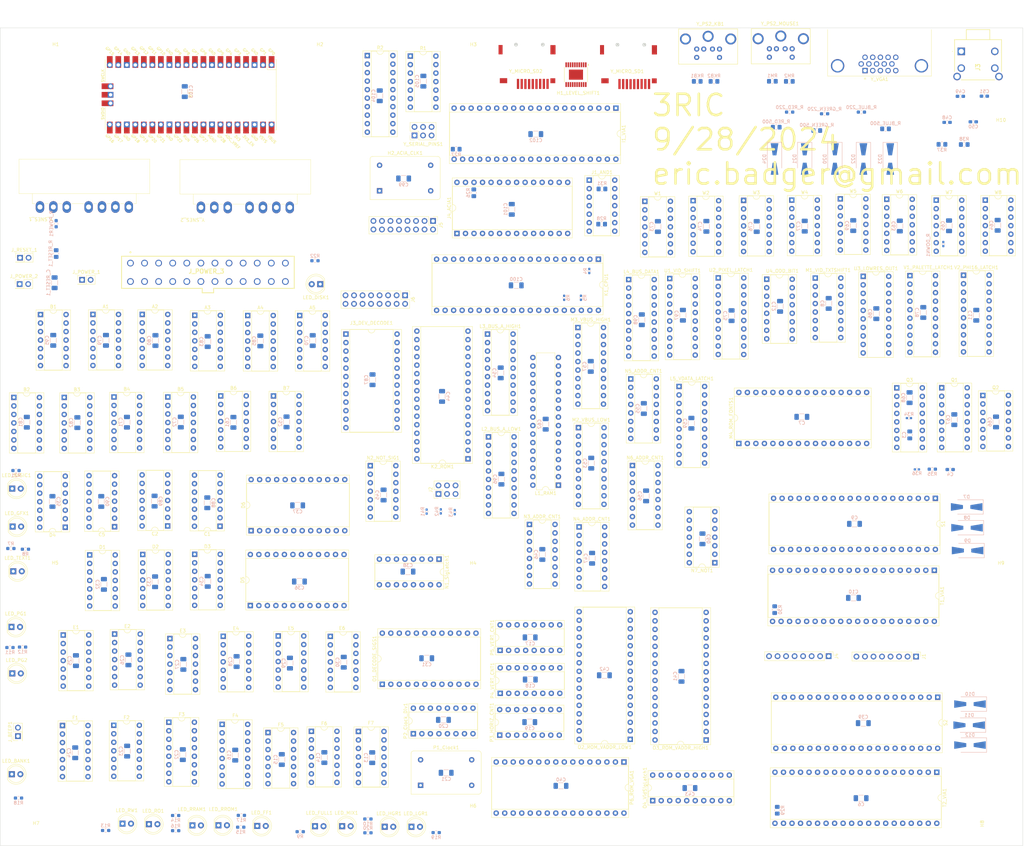
<source format=kicad_pcb>
(kicad_pcb (version 20240108) (generator "pcbnew") (generator_version "8.0")
  (layers (0 "F.Cu" signal) (31 "B.Cu" signal) (34 "B.Paste" user) (35 "F.Paste" user) (36 "B.SilkS" user "B.Silkscreen") (37 "F.SilkS" user "F.Silkscreen") (38 "B.Mask" user) (39 "F.Mask" user) (44 "Edge.Cuts" user))
  (net 0 "")
  (net 1 "Net-(A1-Pad3)")
  (net 2 "GND")
  (net 3 "Net-(A1-Pad12)")
  (net 4 "Net-(A1-Pad9)")
  (net 5 "Net-(A1-Pad10)")
  (net 6 "!R~{W}")
  (net 7 "Net-(A1-Pad6)")
  (net 8 "Net-(A1-Pad8)")
  (net 9 "RAMWRITE")
  (net 10 "R~{W}")
  (net 11 "RAMREAD")
  (net 12 "VCC")
  (net 13 "B2")
  (net 14 "~{ROM}")
  (net 15 "Net-(A2-Pad6)")
  (net 16 "Net-(A2-Pad5)")
  (net 17 "!VIDENABLE")
  (net 18 "~{CS_DEVICE}")
  (net 19 "~{DEVICE2}")
  (net 20 "~{CS_ROM}")
  (net 22 "~{OE}")
  (net 25 "A16")
  (net 26 "VIDENABLE")
  (net 30 "PHI2")
  (net 31 "~{WE}")
  (net 32 "~{RAM}")
  (net 34 "~{CS_CPUBUS}")
  (net 35 "SS_WRITE_SIGNAL")
  (net 42 "Net-(A5-Pad1)")
  (net 43 "VIDBUS")
  (net 44 "C6XX")
  (net 46 "~{CS_ROM2}")
  (net 47 "~{CS_RAM}")
  (net 49 "BB")
  (net 50 "A13|A12")
  (net 51 "Net-(B1-Pad11)")
  (net 54 "CA15")
  (net 55 "Net-(B1-Pad1)")
  (net 56 "Net-(B1-Pad8)")
  (net 58 "Net-(B2-Pad2)")
  (net 65 "Net-(B3-Pad13)")
  (net 66 "!CA12&!CA13")
  (net 67 "CA11")
  (net 68 "Net-(B3-Pad1)")
  (net 69 "Net-(B3-Pad12)")
  (net 70 "Net-(B3-Pad2)")
  (net 71 "~{DEVICE}")
  (net 72 "CA12")
  (net 73 "CA9")
  (net 74 "X0XX")
  (net 75 "CA10|CA11")
  (net 76 "Net-(B4-Pad13)")
  (net 77 "CA13")
  (net 78 "CA8")
  (net 79 "CA10")
  (net 80 "!CA13")
  (net 82 "CA14")
  (net 83 "CA14&CA15")
  (net 84 "Net-(B5-Pad3)")
  (net 86 "!CA12")
  (net 92 "DXXX")
  (net 102 "Net-(C1-Pad10)")
  (net 103 "!PHI2")
  (net 104 "Net-(C1-Pad12)")
  (net 105 "SS")
  (net 108 "DISKSS")
  (net 109 "XXEX")
  (net 114 "Net-(Q3-C2)")
  (net 115 "Net-(Q3-C1)")
  (net 116 "Net-(C4-Pad1)")
  (net 126 "Net-(C48-Pad2)")
  (net 127 "Net-(D7-K)")
  (net 128 "Net-(D10-K)")
  (net 129 "Net-(C50-Pad2)")
  (net 130 "Net-(J_POWER_1-Pin_2)")
  (net 132 "~{RESET}")
  (net 133 "BSS")
  (net 134 "C070")
  (net 135 "C030")
  (net 136 "Net-(D1-Pad1)")
  (net 137 "XX8X")
  (net 138 "XX7X")
  (net 139 "XX1X")
  (net 140 "XX3X")
  (net 141 "C010")
  (net 142 "XXX6")
  (net 143 "XX0X")
  (net 144 "Net-(D2-Pad10)")
  (net 145 "Net-(D2-Pad8)")
  (net 146 "XXX7")
  (net 147 "XXX0")
  (net 148 "Net-(D2-Pad6)")
  (net 150 "GFXSS")
  (net 151 "XX5X")
  (net 156 "LOW0")
  (net 158 "Net-(D4-Pad3)")
  (net 163 "XXX4")
  (net 164 "CA2")
  (net 165 "XXX2")
  (net 166 "XXX8")
  (net 167 "XXX9")
  (net 169 "XXXA")
  (net 171 "XXXB")
  (net 172 "CA0")
  (net 173 "CA1")
  (net 174 "CA3")
  (net 175 "XXX3")
  (net 176 "XXX1")
  (net 178 "XXX5")
  (net 179 "CA7")
  (net 184 "CA4")
  (net 186 "CA6")
  (net 188 "CA5")
  (net 192 "Net-(D7-A)")
  (net 193 "Net-(D8-A)")
  (net 194 "Net-(D9-A)")
  (net 195 "Net-(D10-A)")
  (net 196 "Net-(D11-A)")
  (net 197 "Net-(D12-A)")
  (net 198 "G1")
  (net 199 "HGR_G1")
  (net 200 "G2")
  (net 201 "HGR_G2")
  (net 202 "B1")
  (net 203 "HGR_B1")
  (net 204 "HGR_B2")
  (net 205 "HGR_R1")
  (net 206 "R1")
  (net 208 "Net-(E1-Pad6)")
  (net 209 "Net-(E1-Pad5)")
  (net 210 "Net-(E1-Pad3)")
  (net 211 "Net-(E1-Pad2)")
  (net 212 "Net-(E1-Pad11)")
  (net 213 "Net-(E1-Pad8)")
  (net 214 "Net-(E1-Pad9)")
  (net 215 "Net-(E1-Pad12)")
  (net 216 "Net-(E3-Pad5)")
  (net 217 "PAGE1")
  (net 218 "MIXEDMODE")
  (net 219 "PAGE2")
  (net 220 "Net-(E3-Pad9)")
  (net 221 "FULLMODE")
  (net 222 "Net-(E3-Pad13)")
  (net 223 "Net-(E3-Pad2)")
  (net 224 "Net-(E5-Pad8)")
  (net 225 "Net-(E5-Pad3)")
  (net 226 "Net-(E5-Pad6)")
  (net 227 "Net-(E5-Pad11)")
  (net 228 "GFXMODE")
  (net 229 "TEXTMODE")
  (net 230 "HIRES")
  (net 231 "LORES")
  (net 232 "Net-(F4A-J)")
  (net 233 "Net-(F1-Pad11)")
  (net 234 "Net-(F3B-J)")
  (net 235 "Net-(F3B-K)")
  (net 241 "Net-(F2-Pad8)")
  (net 246 "FF")
  (net 247 "ROMREAD")
  (net 248 "Net-(F3A-~{R})")
  (net 249 "Net-(F3A-C)")
  (net 250 "NOWRITE")
  (net 256 "Net-(F5-Pad8)")
  (net 258 "Net-(F5-Pad10)")
  (net 259 "Net-(F6-Pad5)")
  (net 260 "Net-(F6-Pad1)")
  (net 261 "Net-(F6-Pad10)")
  (net 271 "Net-(H1_LEVEL_SHIFT1-A1)")
  (net 274 "Net-(H1_LEVEL_SHIFT1-B3)")
  (net 275 "Net-(H1_LEVEL_SHIFT1-A3)")
  (net 276 "Net-(H1_LEVEL_SHIFT1-B4)")
  (net 279 "Net-(H1_LEVEL_SHIFT1-A4)")
  (net 280 "Net-(H1_LEVEL_SHIFT1-B2)")
  (net 281 "Net-(H1_LEVEL_SHIFT1-A2)")
  (net 285 "3.3V")
  (net 287 "Net-(H1_LEVEL_SHIFT1-B1)")
  (net 288 "Net-(H2_ACIA_CLK1-OUT)")
  (net 290 "CD0")
  (net 291 "CD3")
  (net 292 "CD2")
  (net 293 "CD1")
  (net 294 "CD5")
  (net 295 "CD7")
  (net 296 "CD4")
  (net 297 "CD6")
  (net 298 "DATA_MOUSE")
  (net 299 "CLK_MOUSE")
  (net 300 "DATA_KB")
  (net 301 "GC_DATA1")
  (net 302 "GC_LATCH")
  (net 303 "GC_CLOCK")
  (net 304 "V1_A0")
  (net 305 "~{IRQ_VIA1}")
  (net 306 "V1_B3")
  (net 307 "CLK_KB")
  (net 308 "~{CS_VIA1}")
  (net 309 "GC_DATA2")
  (net 311 "V1_B2")
  (net 314 "~{IRQ_ACIA}")
  (net 315 "Net-(J1_AND1-Pad12)")
  (net 316 "~{NMIEXT}")
  (net 317 "Net-(J1_AND1-Pad3)")
  (net 318 "~{NMI}")
  (net 319 "~{IRQ_MB2}")
  (net 320 "~{IRQ}")
  (net 321 "~{IRQ_MB1}")
  (net 322 "~{IRQEXT}")
  (net 323 "~{CS_IO7}")
  (net 325 "~{CS_ACIA}")
  (net 330 "~{CS_MB}")
  (net 331 "~{CS_IO5}")
  (net 338 "~{RTS}")
  (net 339 "~{CTS}")
  (net 343 "TXD")
  (net 344 "RXD")
  (net 346 "READY")
  (net 347 "Net-(K1_CPU1-BE)")
  (net 352 "Net-(K1_CPU1-~{SO})")
  (net 354 "ROM1")
  (net 355 "ROM2")
  (net 356 "VD2")
  (net 357 "VA12")
  (net 358 "VA7")
  (net 359 "VA8")
  (net 360 "VA13")
  (net 361 "VD1")
  (net 362 "VA11")
  (net 363 "VA5")
  (net 364 "VA9")
  (net 366 "VD4")
  (net 367 "VA1")
  (net 368 "VA14")
  (net 369 "VA15")
  (net 370 "VA0")
  (net 371 "VD5")
  (net 372 "VD0")
  (net 373 "VA4")
  (net 374 "VD6")
  (net 375 "VD3")
  (net 376 "VA3")
  (net 377 "VA6")
  (net 378 "VD7")
  (net 379 "VA2")
  (net 380 "VA10")
  (net 381 "VIDENABLE2")
  (net 382 "VL3")
  (net 383 "VL2")
  (net 384 "VL6")
  (net 385 "VL0")
  (net 386 "VL1")
  (net 387 "VL7")
  (net 388 "VL5")
  (net 389 "VL4")
  (net 390 "Net-(LED_DISK1-A)")
  (net 391 "Net-(LED_BANK1-K)")
  (net 392 "Net-(LED_BASIC1-K)")
  (net 393 "Net-(LED_DISK1-K)")
  (net 394 "Net-(LED_FF1-K)")
  (net 395 "Net-(LED_FULL1-K)")
  (net 396 "Net-(LED_GFX1-K)")
  (net 397 "Net-(LED_HGR1-K)")
  (net 398 "Net-(LED_LGR1-K)")
  (net 399 "Net-(LED_MIX1-K)")
  (net 400 "Net-(LED_PG1-K)")
  (net 401 "Net-(LED_PG2-K)")
  (net 402 "Net-(LED_RO1-K)")
  (net 403 "Net-(LED_RRAM1-K)")
  (net 404 "Net-(LED_RROM1-K)")
  (net 405 "Net-(LED_RW1-K)")
  (net 406 "Net-(LED_TEXT1-K)")
  (net 407 "TEXTSHIFT")
  (net 408 "TD5")
  (net 409 "LOADSHIFT")
  (net 410 "!TEXTSHIFT")
  (net 411 "PHI16")
  (net 412 "SHIFT_TXT")
  (net 413 "TD6")
  (net 414 "TD1")
  (net 415 "TD0")
  (net 416 "TD3")
  (net 417 "TD4")
  (net 418 "TD7")
  (net 419 "TD2")
  (net 420 "XA4")
  (net 421 "XA6")
  (net 422 "XA0")
  (net 423 "XA2")
  (net 424 "XA1")
  (net 425 "XA5")
  (net 426 "XA7")
  (net 427 "XA3")
  (net 428 "XA14")
  (net 429 "XA10")
  (net 430 "XA13")
  (net 431 "XA15")
  (net 432 "XA11")
  (net 433 "XA12")
  (net 434 "XA8")
  (net 435 "XA9")
  (net 436 "VQ1")
  (net 437 "VQ0")
  (net 438 "FS0")
  (net 439 "!LOWSHIFT")
  (net 440 "FS4")
  (net 441 "FS2")
  (net 442 "VQ2")
  (net 443 "VQ3")
  (net 444 "FS3")
  (net 445 "FS5")
  (net 446 "FS1")
  (net 447 "S10")
  (net 448 "S5")
  (net 449 "Net-(N1_SigLatch1-4Q)")
  (net 450 "S13")
  (net 451 "S9")
  (net 452 "S4")
  (net 453 "S0")
  (net 454 "S1")
  (net 455 "S11")
  (net 456 "GFXLOAD")
  (net 461 "AR3")
  (net 462 "DISPLAY")
  (net 463 "HSYNC")
  (net 464 "N0C")
  (net 465 "AR5")
  (net 466 "N1C")
  (net 467 "AR4")
  (net 468 "AR6")
  (net 469 "AR7")
  (net 470 "AR10")
  (net 471 "AR8")
  (net 472 "AR9")
  (net 473 "N2C")
  (net 474 "AR11")
  (net 476 "AR15")
  (net 477 "AR12")
  (net 478 "AR13")
  (net 479 "AR14")
  (net 481 "DISPLAY2")
  (net 483 "LOWSHIFT")
  (net 484 "!DISPLAY2")
  (net 485 "~{CA7}")
  (net 486 "!GFXSHIFT")
  (net 487 "GFXSHIFT")
  (net 490 "PHI4")
  (net 494 "PHI8")
  (net 498 "VQ4")
  (net 499 "VQ7")
  (net 500 "VQ6")
  (net 501 "VQ5")
  (net 502 "VQ8")
  (net 504 "Net-(O4_VidSigLatch1-D1)")
  (net 505 "Net-(O4_VidSigLatch1-D2)")
  (net 506 "Net-(O4_VidSigLatch1-D3)")
  (net 507 "HRESET")
  (net 508 "Net-(O4_VidSigLatch1-D0)")
  (net 509 "DISPLAY3")
  (net 510 "Net-(O4_VidSigLatch1-D4)")
  (net 511 "VSYNC")
  (net 512 "VRESET")
  (net 514 "PHIVGA")
  (net 516 "HQ3")
  (net 517 "HQ2")
  (net 519 "HQ0")
  (net 520 "HQ5")
  (net 521 "HQ1")
  (net 523 "HQ4")
  (net 525 "Net-(P4_VERT_CNT1-~{RCO})")
  (net 531 "VQ9")
  (net 537 "Net-(Q1-Q0)")
  (net 539 "Net-(Q1-Q2)")
  (net 542 "Net-(Q1-Q1)")
  (net 544 "PHI7")
  (net 547 "Net-(Q1-~{MR})")
  (net 549 "Net-(Q3-PC2)")
  (net 552 "Net-(Q3-R1)")
  (net 555 "Net-(Q3-SFout)")
  (net 560 "Net-(R2-CE)")
  (net 562 "Net-(R3-GPIO14)")
  (net 567 "Net-(R3-GPIO17)")
  (net 568 "PD7")
  (net 569 "PD5")
  (net 570 "PD4")
  (net 571 "PD1")
  (net 572 "PD6")
  (net 573 "PD2")
  (net 574 "PD3")
  (net 575 "PD0")
  (net 576 "PCLK")
  (net 578 "PCS")
  (net 579 "MOSI")
  (net 580 "MISO")
  (net 603 "Net-(R_BLUE_220-Pad2)")
  (net 604 "SHIFT_TXT2")
  (net 605 "Net-(R_GREEN_220-Pad2)")
  (net 606 "Net-(R_RED_220-Pad2)")
  (net 607 "R2")
  (net 611 "Net-(S1-DA6)")
  (net 612 "Net-(S1-DA0)")
  (net 616 "Net-(S1-DA1)")
  (net 617 "Net-(S1-BDIR)")
  (net 618 "Net-(S1-~{RESET})")
  (net 622 "Net-(S1-DA2)")
  (net 623 "Net-(S1-DA7)")
  (net 624 "Net-(S1-DA3)")
  (net 626 "Net-(S1-DA5)")
  (net 629 "Net-(S1-BC1)")
  (net 632 "Net-(S1-DA4)")
  (net 634 "Net-(S2-DA3)")
  (net 635 "Net-(S2-~{RESET})")
  (net 636 "Net-(S2-BDIR)")
  (net 637 "Net-(S2-DA6)")
  (net 638 "Net-(S2-BC1)")
  (net 639 "Net-(S2-DA2)")
  (net 643 "Net-(S2-DA0)")
  (net 644 "Net-(S2-DA4)")
  (net 645 "Net-(S2-DA1)")
  (net 646 "Net-(S2-DA5)")
  (net 647 "Net-(S2-DA7)")
  (net 667 "Net-(U1_VID_SHIFT1-Q7)")
  (net 669 "CurrPix")
  (net 671 "PrevPix")
  (net 673 "OddBit2")
  (net 675 "OddBit1")
  (net 676 "Palette")
  (net 677 "DISP3OUT")
  (net 678 "PAL_IN")
  (net 679 "LOWOUT")
  (net 704 "ST1")
  (net 713 "Net-(W1-Pad6)")
  (net 715 "Net-(W1-Pad3)")
  (net 717 "Net-(W1-Pad10)")
  (net 719 "Net-(W1-Pad8)")
  (net 720 "Net-(W2-Pad4)")
  (net 723 "Net-(W2-Pad6)")
  (net 726 "Net-(W2-Pad2)")
  (net 729 "Net-(W3-Pad3)")
  (net 731 "WHITE")
  (net 733 "Net-(W3-Pad8)")
  (net 736 "Net-(W4-Pad6)")
  (net 738 "Net-(W4-Pad8)")
  (net 740 "ORANGE")
  (net 741 "VIOLET")
  (net 742 "CYAN")
  (net 743 "GREEN")
  (net 744 "Net-(W6-Pad3)")
  (net 745 "Net-(W6-Pad6)")
  (net 746 "Net-(W6-Pad11)")
  (net 747 "Net-(W6-Pad8)")
  (net 748 "Net-(W7-Pad6)")
  (net 749 "Net-(W7-Pad3)")
  (net 768 "ROM3")
  (net 770 "Net-(C49-Pad2)")
  (net 771 "Net-(C51-Pad2)")
  (net 772 "BEEP")
  (net 773 "Net-(J_POWER_2-Pin_1)")
  (net 774 "Net-(J1-Pin_5)")
  (net 775 "Net-(J1-Pin_7)")
  (net 776 "Net-(J1-Pin_6)")
  (net 777 "Net-(J1-Pin_4)")
  (net 778 "Net-(J1-Pin_8)")
  (net 779 "Net-(J1-Pin_2)")
  (net 780 "Net-(J1-Pin_3)")
  (net 781 "Net-(J1-Pin_1)")
  (net 782 "Net-(J4-Pin_4)")
  (net 783 "Net-(J4-Pin_5)")
  (net 784 "Net-(J4-Pin_3)")
  (net 785 "Net-(J4-Pin_7)")
  (net 786 "Net-(J4-Pin_1)")
  (net 787 "Net-(J4-Pin_6)")
  (net 788 "Net-(J4-Pin_8)")
  (net 789 "Net-(J4-Pin_2)")
  (footprint "Package_DIP:DIP-20_W7.62mm_Socket" (layer "F.Cu") (at 197.44 138.58)
    (property "Reference" "M3_VBUS_HIGH1")
    (property "Value" "74LS245")
  )
  (footprint "LED_THT:LED_D5.0mm" (layer "F.Cu") (at 147.795 287.57)
    (property "Reference" "LED_LGR1")
    (property "Value" "LED")
  )
  (footprint "Package_DIP:DIP-14_W7.62mm_Socket" (layer "F.Cu") (at 106.64 158.9975)
    (property "Reference" "B7")
    (property "Value" "74LS00")
  )
  (footprint "LED_THT:LED_D5.0mm" (layer "F.Cu") (at 127.115 287.39)
    (property "Reference" "LED_MIX1")
    (property "Value" "LED")
  )
  (footprint "MountingHole:MountingHole_4.3mm_M4" (layer "F.Cu") (at 41.68 59.38)
    (property "Reference" "H1")
    (property "Value" "MountingHole")
  )
  (footprint "Package_DIP:DIP-14_W7.62mm_Socket" (layer "F.Cu") (at 318.93 100.57)
    (property "Reference" "W8")
    (property "Value" "74LS32")
  )
  (footprint "MountingHole:MountingHole_4.3mm_M4" (layer "F.Cu") (at 323.61 81.97)
    (property "Reference" "H10")
    (property "Value" "MountingHole")
  )
  (footprint "LED_THT:LED_D5.0mm" (layer "F.Cu") (at 139.815 287.56)
    (property "Reference" "LED_HGR1")
    (property "Value" "LED")
  )
  (footprint "Package_DIP:DIP-40_W15.24mm_Socket" (layer "F.Cu") (at 203.54 118.21 -90)
    (property "Reference" "K1_CPU1")
    (property "Value" "6502-library_65C02S-2")
  )
  (footprint "Package_DIP:DIP-40_W15.24mm_Socket" (layer "F.Cu") (at 208.76 73.12 -90)
    (property "Reference" "I1_VIA1")
    (property "Value" "65C22S")
  )
  (footprint "Package_DIP:DIP-24_W15.24mm_Socket" (layer "F.Cu") (at 99.9625 199.21 90)
    (property "Reference" "D6")
    (property "Value" "74LS154")
  )
  (footprint "MountingHole:MountingHole_4.3mm_M4" (layer "F.Cu") (at 41.62 286.62)
    (property "Reference" "H7")
    (property "Value" "MountingHole")
  )
  (footprint "Package_DIP:DIP-16_W7.62mm_Socket" (layer "F.Cu") (at 174.2175 234.925 90)
    (property "Reference" "P5_VERT_CNT1")
    (property "Value" "74LS590")
  )
  (footprint "PS2_mini_din_6:MINI-DIN-6-FULL-SHIELD" (layer "F.Cu") (at 236.26 46.99)
    (property "Reference" "Y_PS2_KB1")
    (property "Value" "PS/2 keyboard" (hide yes))
  )
  (footprint "LED_THT:LED_D5.0mm" (layer "F.Cu") (at 29.04 211.33)
    (property "Reference" "LED_TEXT1")
    (property "Value" "LED")
  )
  (footprint "Package_DIP:DIP-16_W7.62mm_Socket" (layer "F.Cu") (at 213.69 179.77)
    (property "Reference" "N6_ADDR_CNT1")
    (property "Value" "74LS161")
  )
  (footprint "Package_DIP:DIP-14_W7.62mm_Socket" (layer "F.Cu") (at 29.22 159.435)
    (property "Reference" "B2")
    (property "Value" "74LS00")
  )
  (footprint "Connector_PinHeader_2.54mm:PinHeader_2x01_P2.54mm_Vertical" (layer "F.Cu") (at 30.95 125.62)
    (property "Reference" "J_POWER_2")
    (property "Value" "Conn_01x02_Pin")
  )
  (footprint "Package_DIP:DIP-14_W7.62mm_Socket" (layer "F.Cu") (at 44.23 159.435)
    (property "Reference" "B3")
    (property "Value" "74LS32")
  )
  (footprint "Package_DIP:DIP-14_W7.62mm_Socket" (layer "F.Cu") (at 304.28 100.59)
    (property "Reference" "W7")
    (property "Value" "74LS32")
  )
  (footprint "Package_DIP:DIP-14_W7.62mm_Socket" (layer "F.Cu") (at 91.64 230.71)
    (property "Reference" "E4")
    (property "Value" "74LS32")
  )
  (footprint "Package_DIP:DIP-24_W15.24mm_Socket" (layer "F.Cu") (at 139.095 245.03 90)
    (property "Reference" "O1_DECODE_SIGS1")
    (property "Value" "74LS154")
  )
  (footprint "LED_THT:LED_D5.0mm" (layer "F.Cu") (at 28.51 227.93)
    (property "Reference" "LED_PG1")
    (property "Value" "LED")
  )
  (footprint "Package_DIP:DIP-16_W7.62mm_Socket" (layer "F.Cu") (at 91.32 257.01)
    (property "Reference" "F4")
    (property "Value" "74LS112")
  )
  (footprint "Package_DIP:DIP-14_W7.62mm_Socket" (layer "F.Cu") (at 289.52 100.32)
    (property "Reference" "W6")
    (property "Value" "74LS32")
  )
  (footprint "Package_DIP:DIP-32_W15.24mm_Socket" (layer "F.Cu") (at 164.65 177.76 180)
    (property "Reference" "K2_ROM1")
    (property "Value" "SST39SF040")
  )
  (footprint "LED_THT:LED_D5.0mm" (layer "F.Cu") (at 28.745 241.8)
    (property "Reference" "LED_PG2")
    (property "Value" "LED")
  )
  (footprint "LED_THT:LED_D5.0mm" (layer "F.Cu") (at 69.49 286.79)
    (property "Reference" "LED_RO1")
    (property "Value" "LED")
  )
  (footprint "Package_DIP:DIP-14_W7.62mm_Socket" (layer "F.Cu") (at 114.45 134.99)
    (property "Reference" "A5")
    (property "Value" "74LS08")
  )
  (footprint "Package_DIP:DIP-14_W7.62mm_Socket" (layer "F.Cu") (at 318.2 158.8475)
    (property "Reference" "Q2")
    (property "Value" "74LS20")
  )
  (footprint "Package_DIP:DIP-32_W15.24mm_Socket" (layer "F.Cu") (at 235.67 261.68 180)
    (property "Reference" "O3_ROM_VADDR_HIGH1")
    (property "Value" "SST39SF040")
  )
  (footprint "Package_DIP:DIP-28_W15.24mm_Socket" (layer "F.Cu") (at 161.36 110.51 90)
    (property "Reference" "J4_ACIA1")
    (property "Value" "6502-library_65C51N")
  )
  (footprint "Package_DIP:DIP-20_W7.62mm_Socket" (layer "F.Cu") (at 134.63 57.43)
    (property "Reference" "R2")
    (property "Value" "74LS245")
  )
  (footprint "Package_DIP:DIP-32_W15.24mm_Socket" (layer "F.Cu") (at 211.16 268.24 -90)
    (property "Reference" "P6_ROM_VGA1")
    (property "Value" "SST39SF040")
  )
  (footprint "LED_THT:LED_D5.0mm" (layer "F.Cu") (at 28.61 271.88)
    (property "Reference" "LED_BANK1")
    (property "Value" "LED")
  )
  (footprint "Package_DIP:DIP-14_W7.62mm_Socket" (layer "F.Cu") (at 117.95 259.08)
    (property "Reference" "F6")
    (property "Value" "74LS00")
  )
  (footprint "Package_DIP:DIP-32_W15.24mm_Socket" (layer "F.Cu") (at 245.43 173.185 90)
    (property "Reference" "M4_ROM_FONTS1")
    (property "Value" "SST39SF040")
  )
  (footprint "Package_DIP:DIP-14_W7.62mm_Socket" (layer "F.Cu") (at 44.55 198.18 180)
    (property "Reference" "D4")
    (property "Value" "74LS00")
  )
  (footprint "Package_DIP:DIP-14_W7.62mm_Socket" (layer "F.Cu") (at 105.01 259.45)
    (property "Reference" "F5")
    (property "Value" "74LS14")
  )
  (footprint "LED_THT:LED_D5.0mm" (layer "F.Cu") (at 120.585 125.65 180)
    (property "Reference" "LED_DISK1")
    (property "Value" "LED")
  )
  (footprint "audiojack:STX423533N" (layer "F.Cu") (at 311.76 56.1875 -90)
    (property "Reference" "J3")
    (property "Value" "STX-4235-3_3-N" (hide yes))
  )
  (footprint "Connector_Dsub:DSUB-15-HD_Female_Horizontal_P2.29x1.98mm_EdgePinOffset8.35mm_Housed_MountingHolesOffset10.89mm" (layer "F.Cu") (at 283.06 61.91 180)
    (property "Reference" "Y_VGA1")
    (property "Value" "DB15_Female_HighDensity")
  )
  (footprint "MountingHole:MountingHole_4.3mm_M4" (layer "F.Cu") (at 166.25 59.42)
    (property "Reference" "H3")
    (property "Value" "MountingHole")
  )
  (footprint "Package_DIP:DIP-14_W7.62mm_Socket" (layer "F.Cu") (at 67.49 134.67)
    (property "Reference" "A2")
    (property "Value" "74LS32")
  )
  (footprint "Package_DIP:DIP-16_W7.62mm_Socket" (layer "F.Cu") (at 174.2575 247.745 90)
    (property "Reference" "P4_VERT_CNT1")
    (property "Value" "74LS590")
  )
  (footprint "Package_DIP:DIP-14_W7.62mm_Socket" (layer "F.Cu") (at 261.22 100.56)
    (property "Reference" "W4")
    (property "Value" "74LS86")
  )
  (footprint "Connector_PinHeader_2.54mm:PinHeader_2x03_P2.54mm_Vertical" (layer "F.Cu") (at 155.85 188.25 90)
    (property "Reference" "J2")
    (property "Value" "Conn_02x03_Odd_Even")
  )
  (footprint "Package_DIP:DIP-14_W7.62mm_Socket" (layer "F.Cu") (at 275.69 100.19)
    (property "Reference" "W5")
    (property "Value" "74LS08")
  )
  (footprint "Package_DIP:DIP-40_W15.24mm_Socket" (layer "F.Cu") (at 304.4575 271.29 -90)
    (property "Reference" "T2_VIA1")
    (property "Value" "65C22S")
  )
  (footprint "Connector_PinHeader_2.54mm:PinHeader_2x01_P2.54mm_Vertical" (layer "F.Cu") (at 31.06 117.76)
    (property "Reference" "J_RESET_1")
    (property "Value" "Conn_01x02_Pin")
  )
  (footprint "sdcard:microSD_Amazon2" (layer "F.Cu") (at 212.49908 57.420366 180)
    (property "Reference" "Y_MICRO_SD1")
    (property "Value" "Micro_SD_Card")
    (fp_circle (center 3.276451 3.217541) (end 3.776451 3.217541) (stroke (width 0.12)) (fill solid) (layer "Edge.Cuts"))
    (fp_circle (center -4.723549 3.217541) (end -4.223549 3.217541) (stroke (width 0.12)) (fill solid) (layer "Edge.Cuts"))
  )
  (footprint "Package_DIP:DIP-14_W7.62mm_Socket" (layer "F.Cu") (at 75.14 159.305)
    (property "Reference" "B5")
    (property "Value" "74LS08")
  )
  (footprint "Package_DIP:DIP-14_W7.62mm_Socket" (layer "F.Cu") (at 43.93 230.3525)
    (property "Reference" "E1")
    (property "Value" "74LS32")
  )
  (footprint "LED_THT:LED_D5.0mm" (layer "F.Cu") (at 119.025 287.4)
    (property "Reference" "LED_FULL1")
    (property "Value" "LED")
  )
  (footprint "Package_DIP:DIP-20_W7.62mm_Socket" (layer "F.Cu") (at 239.27 123.77)
    (property "Reference" "U2_PIXEL_LATCH1")
    (property "Value" "~")
  )
  (footprint "Package_DIP:DIP-14_W7.62mm_Socket" (layer "F.Cu") (at 75.76 231.4)
    (property "Reference" "E3")
    (property "Value" "74LS00")
  )
  (footprint "LED_THT:LED_D5.0mm" (layer "F.Cu") (at 61.615 286.63)
    (property "Reference" "LED_RW1")
    (property "Value" "LED")
  )
  (footprint "Package_DIP:DIP-14_W7.62mm_Socket" (layer "F.Cu") (at 67.63 206.32)
    (property "Reference" "D2")
    (property "Value" "74LS32")
  )
  (footprint "Package_DIP:DIP-16_W7.62mm_Socket" (layer "F.Cu") (at 174.0975 260.215 90)
    (property "Reference" "P3_HORIZ_CNT1")
    (property "Value" "74LS590")
  )
  (footprint "sdcard:microSD_Amazon2" (layer "F.Cu") (at 182.23908 57.390366 180)
    (property "Reference" "Y_MICRO_SD2")
    (property "Value" "Micro_SD_Card")
    (fp_circle (center 3.276451 3.217541) (end 3.776451 3.217541) (stroke (width 0.12)) (fill solid) (layer "Edge.Cuts"))
    (fp_circle (center -4.723549 3.217541) (end -4.223549 3.217541) (stroke (width 0.12)) (fill solid) (layer "Edge.Cuts"))
  )
  (footprint "MountingHole:MountingHole_4.3mm_M4" (layer "F.Cu") (at 323.61 214.16)
    (property "Reference" "H9")
    (property "Value" "MountingHole")
  )
  (footprint "Connector_PinHeader_2.54mm:PinHeader_2x08_P2.54mm_Vertical" (layer "F.Cu") (at 145.9 128.98 -90)
    (property "Reference" "J6")
    (property "Value" "Conn_02x08_Odd_Even")
  )
  (footprint "Package_DIP:DIP-16_W7.62mm_Socket" (layer "F.Cu") (at 148.36 259.79 90)
    (property "Reference" "P2_Clock_Div1")
    (property "Value" "74LS161")
  )
  (footprint "MountingHole:MountingHole_4.3mm_M4" (layer "F.Cu") (at 166.17 214.18)
    (property "Reference" "H4")
    (property "Value" "MountingHole")
  )
  (footprint "Package_DIP:DIP-14_W7.62mm_Socket" (layer "F.Cu") (at 246.84 100.65)
    (property "Reference" "W3")
    (property "Value" "74LS08")
  )
  (footprint "Package_DIP:DIP-14_W7.62mm_Socket" (layer "F.Cu") (at 217.4 100.93)
    (property "Reference" "W1")
    (property "Value" "74LS08")
  )
  (footprint "LED_THT:LED_D5.0mm" (layer "F.Cu") (at 28.84 197.98)
    (property "Reference" "LED_GFX1")
    (property "Value" "LED")
  )
  (footprint "Connector_PinHeader_2.54mm:PinHeader_2x01_P2.54mm_Vertical" (layer "F.Cu") (at 49.565 124.35)
    (property "Reference" "J_POWER_1")
    (property "Value" "Conn_01x02_Pin")
  )
  (footprint "Package_DIP:DIP-40_W15.24mm_Socket" (layer "F.Cu") (at 304.72 248.9 -90)
    (property "Reference" "S2")
    (property "Value" "AY-3-8910")
  )
  (footprint "Package_DIP:DIP-16_W7.62mm_Socket" (layer "F.Cu") (at 197.78 198.08)
    (property "Reference" "N4_ADDR_CNT1")
    (property "Value" "74LS161")
  )
  (footprint "Package_DIP:DIP-14_W7.62mm_Socket" (layer "F.Cu") (at 135.52 179.82)
    (property "Reference" "N2_NOT_SIG1")
    (property "Value" "74LS14")
  )
  (footprint "Package_DIP:DIP-16_W7.62mm_Socket" (layer "F.Cu") (at 182.98 197.34)
    (property "Reference" "N3_ADDR_CNT1")
    (property "Value" "74LS161")
  )
  (footprint "Package_DIP:DIP-14_W7.62mm_Socket" (layer "F.Cu") (at 83.13 206.2475)
    (property "Reference" "D3")
    (property "Value" "74LS32")
  )
  (footprint "Package_DIP:DIP-14_W7.62mm_Socket" (layer "F.Cu") (at 90.9 158.985)
    (property "Reference" "B6")
    (property "Value" "74LS04")
  )
  (footprint "Package_SO:ETSSOP-20-1EP_4.4x6.5mm_P0.65mm_EP3x4.2mm" (layer "F.Cu") (at 196.85 63.13 -90)
    (property "Reference" "H1_LEVEL_SHIFT1")
    (property "Value" "~")
  )
  (footprint "LED_THT:LED_D5.0mm" (layer "F.Cu") (at 28.72 186.65)
    (property "Reference" "LED_BASIC1")
    (property "Value" "LED")
  )
  (footprint "Package_DIP:DIP-16_W7.62mm_Socket" (layer "F.Cu") (at 75.44 256.36)
    (property "Reference" "F3")
    (property "Value" "74LS112")
  )
  (footprint "Package_DIP:DIP-16_W7.62mm_Socket" (layer "F.Cu") (at 292.53 156.5825)
    (property "Reference" "Q3")
    (property "Value" "4046")
  )
  (footprint "Connector_PinHeader_2.54mm:PinHeader_2x03_P2.54mm_Vertical" (layer "F.Cu") (at 148.705 81.275 90)
    (property "Reference" "Y_SERIAL_PINS1")
    (property "Value" "~")
  )
  (footprint "Package_DIP:DIP-14_W7.62mm_Socket" (layer "F.Cu") (at 200.8 94.605)
    (property "Reference" "J1_AND1")
    (property "Value" "74LS08")
  )
  (footprint "Package_DIP:DIP-14_W7.62mm_Socket" (layer "F.Cu") (at 52.8 134.67)
    (property "Reference" "A1")
    (property "Value" "74LS08")
  )
  (footprint "Connector_PinHeader_2.54mm:PinHeader_1x08_P2.54mm_Vertical" (layer "F.Cu") (at 298.28 236.77 -90)
    (property "Reference" "J1")
    (property "Value" "Conn_01x08")
  )
  (footprint "snes:SNES_Controller_Socket" (layer "F.Cu") (at 111.5 102.75 180)
    (property "Reference" "Y_SNES_2")
    (property "Value" "SNES_Controller_Socket")
  )
  (footprint "MountingHole:MountingHole_4.3mm_M4" (layer "F.Cu") (at 323.61 286.62)
    (property "Reference" "H8")
    (property "Value" "MountingHole")
  )
  (footprint "Package_DIP:DIP-14_W7.62mm_Socket" (layer "F.Cu") (at 59.25 198.03 180)
    (property "Reference" "C5")
    (property "Value" "74LS08")
  )
  (footprint "Connector_PinHeader_2.54mm:PinHeader_2x08_P2.54mm_Vertical" (layer "F.Cu") (at 154.23 106.79 -90)
    (property "Reference" "J5")
    (property "Value" "Conn_02x08_Odd_Even")
  )
  (footprint "Package_DIP:DIP-14_W7.62mm_Socket" (layer "F.Cu") (at 59.08 159.305)
    (property "Reference" "B4")
    (property "Value" "74LS32")
  )
  (footprint "Package_DIP:DIP-20_W7.62mm_Socket" (layer "F.Cu") (at 219.72 279.76 90)
    (property "Reference" "O4_VidSigLatch1")
    (property "Value" "74LS574")
  )
  (footprint "Package_DIP:DIP-14_W7.62mm_Socket" (layer "F.Cu") (at 131.97 259.12)
    (property "Reference" "F7")
    (property "Value" "74LS08")
  )
  (footprint "Package_DIP:DIP-14_W7.62mm_Socket" (layer "F.Cu") (at 75.08 197.8 180)
    (property "Reference" "C2")
    (property "Value" "74LS04")
  )
  (footprint "Package_DIP:DIP-16_W7.62mm_Socket" (layer "F.Cu") (at 268.22 123.81)
    (property "Reference" "M1_VID_TXTSHIFT1")
    (property "Value" "SN74LS166AN")
  )
  (footprint "Package_DIP:DIP-20_W7.62mm_Socket" (layer "F.Cu") (at 170.47 140.5475)
    (property "Reference" "L3_BUS_A_HIGH1")
    (property "Value" "74LS245")
  )
  (footprint "Package_DIP:DIP-14_W7.62mm_Socket" (layer "F.Cu") (at 83.17 134.94)
    (property "Reference" "A3")
    (property "Value" "74LS08")
  )
  (footprint "Package_DIP:DIP-20_W7.62mm_Socket" (layer "F.Cu") (at 227.59 156.1625)
    (property "Reference" "L5_VDATA_LATCH1")
    (property "Value" "74LS574")
  )
  (footprint "Package_DIP:DIP-40_W15.24mm_Socket" (layer "F.Cu") (at 304.04 189.55 -90)
    (property "Reference" "S1")
    (property "Value" "AY-3-8910")
  )
  (footprint "Package_DIP:DIP-14_W7.62mm_Socket" (layer "F.Cu") (at 231.78 100.74)
    (property "Reference" "W2")
    (property "Value" "74LS04")
  )
  (footprint "atxplug:1-1775099-3" (layer "F.Cu") (at 87.09 126.91)
    (property "Reference" "J_POWER_3")
    (property "Value" "ATX-24" (hide yes))
  )
  (footprint "Package_DIP:DIP-14_W7.62mm_Socket" (layer "F.Cu") (at 123.6 230.75)
    (property "Reference" "E6")
    (property "Value" "74LS00")
  )
  (footprint "Package_DIP:DIP-24_W15.24mm_Socket" (layer "F.Cu") (at 128.25 140.54)
    (property "Reference" "J3_DEV_DECODE1")
    (property "Value" "74LS154")
  )
  (footprint "Package_DIP:DIP-20_W7.62mm_Socket" (layer "F.Cu") (at 282.5 123.31)
    (property "Reference" "U3_LOWRES_OUT1")
    (property "Value" "~")
  )
  (footprint "Package_DIP:DIP-16_W7.62mm_Socket" (layer "F.Cu") (at 253.72 124.18)
    (property "Reference" "U4_ODD_BIT1")
    (property "Value" "~")
  )
  (footprint "MCU_RaspberryPi_and_Boards:RPi_Pico_SMD_TH" (layer "F.Cu") (at 81.945 69.13 -90)
    (property "Reference" "R3")
    (property "Value" "Pico")
  )
  (footprint "Package_DIP:DIP-14_W7.62mm_Socket" (layer "F.Cu") (at 147.46 57.58)
    (property "Reference" "R1")
    (property "Value" "74LS08")
  )
  (footprint "Package_DIP:DIP-14_W7.62mm_Socket" (layer "F.Cu") (at 108.05 230.64)
    (property "Reference" "E5")
    (property "Value" "74LS32")
  )
  (footprint "LED_THT:LED_D5.0mm" (layer "F.Cu") (at 101.8 287.32)
    (property "Reference" "LED_FF1")
    (property "Value" "LED")
  )
  (footprint "MountingHole:MountingHole_4.3mm_M4" (layer "F.Cu") (at 120.5 59.41)
    (property "Reference" "H2")
    (property "Value" "MountingHole")
  )
  (footprint "Package_DIP:DIP-32_W7.62mm" (layer "F.Cu") (at 191.62 185.63 180)
    (property "Reference" "L1_RAM1")
    (property "Value" "EB6502_isc61c1024-15n")
  )
  (footprint "Package_DIP:DIP-20_W7.62mm_Socket" (layer "F.Cu") (at 296.45 123.11)
    (property "Reference" "V1_PALETTE_LATCH1")
    (property "Value" "~")
  )
  (footprint "Package_DIP:DIP-16_W7.62mm_Socket" (layer "F.Cu") (at 305.91 156.56)
    (property "Reference" "Q1")
    (property "Value" "74LS161")
  )
  (footprint "Package_DIP:DIP-14_W7.62mm_Socket" (layer "F.Cu") (at 238.27 208.775 180)
    (property "Reference" "N7_NOT1")
    (property "Value" "74LS04")
  )
  (footprint "Package_DIP:DIP-40_W15.24mm_Socket" (layer "F.Cu") (at 303.7325 211.03 -90)
    (property "Reference" "T1_VIA1")
    (property "Value" "65C22S")
  )
  (footprint "Oscillator:Oscillator_DIP-14" (layer "F.Cu") (at 138.2775 97.79)
    (property "Reference" "H2_ACIA_CLK1")
    (property "Value" "1.8432MHz")
  )
  (footprint "Package_DIP:DIP-20_W7.62mm_Socket" (layer "F.Cu") (at 170.76 171.2075)
    (property "Reference" "L2_BUS_A_LOW1")
    (property "Value" "74LS245")
  )
  (footprint "Oscillator:Oscillator_DIP-14" (layer "F.Cu") (at 150.5075 275.195)
    (property "Reference" "P1_Clock1")
    (property "Value" "25.175MHz")
  )
  (footprint "Package_DIP:DIP-16_W7.62mm_Socket" (layer "F.Cu") (at 213.19 153.91)
    (property "Reference" "N5_ADDR_CNT1")
    (property "Value" "74LS161")
  )
  (footprint "Package_DIP:DIP-14_W7.62mm_Socket" (layer "F.Cu") (at 59.02 257.27)
    (property "Reference" "F2")
    (property "Value" "74LS32")
  )
  (footprint "PS2_mini_din_6:MINI-DIN-6-FULL-SHIELD" (layer "F.Cu") (at 257.93 46.91)
    (property "Reference" "Y_PS2_MOUSE1")
    (property "Value" "PS/2 Mouse" (hide yes))
  )
  (footprint "Package_DIP:DIP-14_W7.62mm_Socket" (layer "F.Cu") (at 37.16 134.71)
    (property "Reference" "B1")
    (property "Value" "74LS08")
  )
  (footprint "Connector_PinHeader_2.54mm:PinHeader_1x08_P2.54mm_Vertical" (layer "F.Cu") (at 272.21 236.66 -90)
    (property "Reference" "J4")
    (property "Value" "Conn_01x08")
  )
  (footprint "MountingHole:MountingHole_4.3mm_M4" (layer "F.Cu") (at 41.51 214.08)
    (property "Reference" "H5")
    (property "Value" "MountingHole")
  )
  (footprint "Package_DIP:DIP-24_W15.24mm_Socket" (layer "F.Cu") (at 99.7425 221.555 90)
    (property "Reference" "D5")
    (property "Value" "74LS154")
  )
  (footprint "Package_DIP:DIP-14_W7.62mm_Socket" (layer "F.Cu") (at 51.82 206.4475)
    (property "Reference" "D1")
    (property "Value" "74LS32")
  )
  (footprint "Package_DIP:DIP-14_W7.62mm_Socket" (layer "F.Cu") (at 90.7 197.88 180)
    (property "Reference" "C1")
    (property "Value" "74LS32")
  )
  (footprint "LED_THT:LED_D5.0mm" (layer "F.Cu") (at 82.47 287.15)
    (property "Reference" "LED_RRAM1")
    (property "Value" "LED")
  )
  (footprint "Package_DIP:DIP-14_W7.62mm_Socket" (layer "F.Cu") (at 59.26 230.0575)
    (property "Reference" "E2")
    (property "Value" "74LS08")
  )
  (footprint "Package_DIP:DIP-32_W15.24mm_Socket" (layer "F.Cu") (at 213.04 261.48 180)
    (property "Reference" "O2_ROM_VADDR_LOW1")
    (property "Value" "SST39SF040")
  )
  (footprint "Package_DIP:DIP-14_W7.62mm_Socket" (layer "F.Cu") (at 98.95 134.99)
    (property "Reference" "A4")
    (property "Value" "74LS32")
  )
  (footprint "snes:SNES_Controller_Socket" (layer "F.Cu") (at 63.5 102.625 180)
    (property "Reference" "Y_SNES_1")
    (property "Value" "SNES_Controller_Socket")
  )
  (footprint "Package_DIP:DIP-20_W7.62mm_Socket" (layer "F.Cu") (at 224.8 123.95)
    (property "Reference" "U1_VID_SHIFT1")
    (property "Value" "~")
  )
  (footprint "Package_DIP:DIP-20_W7.62mm_Socket" (layer "F.Cu") (at 212.56 124.26)
    (property "Reference" "L4_BUS_DATA1")
    (property "Value" "74LS245")
  )
  (footprint "Package_DIP:DIP-16_W7.62mm_Socket" (layer "F.Cu") (at 156.01 207.71 -90)
    (property "Reference" "N1_SigLatch1")
    (property "Value" "SN74LS279AN")
  )
  (footprint "MountingHole:MountingHole_4.3mm_M4" (layer "F.Cu") (at 166.17 286.62)
    (property "Reference" "H6")
    (property "Value" "MountingHole")
  )
  (footprint "Connector_PinHeader_2.54mm:PinHeader_2x01_P2.54mm_Vertical" (layer "F.Cu") (at 30.435 260.52 90)
    (property "Reference" "J_BEEP1")
    (property "Value" "Conn_01x02_Pin")
  )
  (footprint "Package_DIP:DIP-20_W7.62mm_Socket" (layer "F.Cu") (at 312.43 122.99)
    (property "Reference" "V2_PHI16_LATCH1")
    (property "Value" "~")
  )
  (footprint "Package_DIP:DIP-14_W7.62mm_Socket" (layer "F.Cu") (at 43.71 257.3525)
    (property "Reference" "F1")
    (property "Value" "74LS00")
  )
  (footprint "Package_DIP:DIP-20_W7.62mm_Socket" (layer "F.Cu") (at 197.59 168.47)
    (property "Reference" "M2_VBUS_LOW1")
    (property "Value" "74LS245")
  )
  (footprint "LED_THT:LED_D5.0mm" (layer "F.Cu") (at 90.23 287.12)
    (property "Reference" "LED_RROM1")
    (property "Value" "LED")
  )
  (footprint "Resistor_SMD:R_0603_1608Metric_Pad0.98x0.95mm_HandSolder" (layer "B.Cu") (at 134.7975 285.24)
    (property "Reference" "R10")
    (property "Value" "R")
  )
  (footprint "Diode_SMD:D_SMA-SMB_Universal_Handsoldering" (layer "B.Cu") (at 256.07 88.3025 -90)
    (property "Reference" "D24")
    (property "Value" "D")
  )
  (footprint "Capacitor_SMD:C_0603_1608Metric_Pad1.08x0.95mm_HandSolder" (layer "B.Cu") (at 318.64 69.55 180)
    (property "Reference" "C51")
    (property "Value" "106")
  )
  (footprint "Capacitor_SMD:C_1206_3216Metric_Pad1.33x1.80mm_HandSolder" (layer "B.Cu") (at 322.61 108.07 -90)
    (property "Reference" "C64")
    (property "Value" "0.1µF")
  )
  (footprint "Capacitor_SMD:C_1206_3216Metric_Pad1.33x1.80mm_HandSolder" (layer "B.Cu") (at 279.54 108.16 -90)
    (property "Reference" "C69")
    (property "Value" "0.1µF")
  )
  (footprint "Capacitor_SMD:C_1206_3216Metric_Pad1.33x1.80mm_HandSolder" (layer "B.Cu") (at 151.34 65.065 -90)
    (property "Reference" "C105")
    (property "Value" "0.1µ")
  )
  (footprint "Resistor_SMD:R_0603_1608Metric_Pad0.98x0.95mm_HandSolder" (layer "B.Cu") (at 28.05 234.08)
    (property "Reference" "R11")
    (property "Value" "R")
  )
  (footprint "Resistor_SMD:R_0805_2012Metric_Pad1.20x1.40mm_HandSolder" (layer "B.Cu") (at 255.42 65.1 180)
    (property "Reference" "RM1")
    (property "Value" "R")
  )
  (footprint "Resistor_SMD:R_0402_1005Metric_Pad0.72x0.64mm_HandSolder" (layer "B.Cu") (at 156.54 193.45 -90)
    (property "Reference" "R42")
    (property "Value" "1K")
  )
  (footprint "Capacitor_SMD:C_1206_3216Metric_Pad1.33x1.80mm_HandSolder" (layer "B.Cu") (at 56.68 142.395 -90)
    (property "Reference" "C79")
    (property "Value" "0.1µ")
  )
  (footprint "Capacitor_SMD:C_0603_1608Metric_Pad1.08x0.95mm_HandSolder" (layer "B.Cu") (at 311.49 69.59 180)
    (property "Reference" "C49")
    (property "Value" "106")
  )
  (footprint "Capacitor_SMD:C_1206_3216Metric_Pad1.33x1.80mm_HandSolder" (layer "B.Cu") (at 158.1325 271.46)
    (property "Reference" "C21")
    (property "Value" "0.1µF")
  )
  (footprint "Capacitor_SMD:C_1206_3216Metric_Pad1.33x1.80mm_HandSolder" (layer "B.Cu") (at 63.38 237.7575 -90)
    (property "Reference" "C26")
    (property "Value" "0.1µF")
  )
  (footprint "Capacitor_SMD:C_1206_3216Metric_Pad1.33x1.80mm_HandSolder" (layer "B.Cu") (at 184.8675 80.87)
    (property "Reference" "C102")
    (property "Value" "0.1µ")
  )
  (footprint "Capacitor_SMD:C_1206_3216Metric_Pad1.33x1.80mm_HandSolder" (layer "B.Cu") (at 174.4 152.1175 -90)
    (property "Reference" "C54")
    (property "Value" "0.1µF")
  )
  (footprint "Capacitor_SMD:C_1206_3216Metric_Pad1.33x1.80mm_HandSolder" (layer "B.Cu") (at 79 166.7875 -90)
    (property "Reference" "C72")
    (property "Value" "0.1µF")
  )
  (footprint "Capacitor_SMD:C_1206_3216Metric_Pad1.33x1.80mm_HandSolder" (layer "B.Cu") (at 279.915 197.175 180)
    (property "Reference" "C9")
    (property "Value" "0.1µF")
  )
  (footprint "Resistor_SMD:R_0805_2012Metric_Pad1.20x1.40mm_HandSolder" (layer "B.Cu") (at 256.8775 282.6275 90)
    (property "Reference" "R29")
    (property "Value" "1K")
  )
  (footprint "Capacitor_SMD:C_1206_3216Metric_Pad1.33x1.80mm_HandSolder" (layer "B.Cu") (at 41.36 125.2175 -90)
    (property "Reference" "C_RESET_1")
    (property "Value" "0.1µF")
  )
  (footprint "Resistor_SMD:R_0402_1005Metric_Pad0.72x0.64mm_HandSolder" (layer "B.Cu") (at 296.15 165.6225 180)
    (property "Reference" "R34")
    (property "Value" "30")
  )
  (footprint "Capacitor_SMD:C_1206_3216Metric_Pad1.33x1.80mm_HandSolder" (layer "B.Cu") (at 183.0625 256.34)
    (property "Reference" "C19")
    (property "Value" "0.1µF")
  )
  (footprint "Capacitor_SMD:C_1206_3216Metric_Pad1.33x1.80mm_HandSolder" (layer "B.Cu") (at 177.705 103.315 -90)
    (property "Reference" "C101")
    (property "Value" "0.1µ")
  )
  (footprint "Capacitor_SMD:C_1206_3216Metric_Pad1.33x1.80mm_HandSolder" (layer "B.Cu") (at 228.74 134.9075 -90)
    (property "Reference" "C97")
    (property "Value" "0.1µ")
  )
  (footprint "Capacitor_SMD:C_1206_3216Metric_Pad1.33x1.80mm_HandSolder" (layer "B.Cu") (at 80.18 68.1775 90)
    (property "Reference" "C103")
    (property "Value" "0.1µ")
  )
  (footprint "Resistor_SMD:R_0805_2012Metric_Pad1.20x1.40mm_HandSolder" (layer "B.Cu") (at 204.6 97.23 180)
    (property "Reference" "R31")
    (property "Value" "1K")
  )
  (footprint "Capacitor_SMD:C_1206_3216Metric_Pad1.33x1.80mm_HandSolder" (layer "B.Cu") (at 322.12 166.7575 -90)
    (property "Reference" "C66")
    (property "Value" "0.1µF")
  )
  (footprint "Resistor_SMD:R_0603_1608Metric_Pad0.98x0.95mm_HandSolder" (layer "B.Cu") (at 29.855 181.26)
    (property "Reference" "R21")
    (property "Value" "R")
  )
  (footprint "Capacitor_SMD:C_1206_3216Metric_Pad1.33x1.80mm_HandSolder" (layer "B.Cu") (at 264.21 165.24)
    (property "Reference" "C7")
    (property "Value" "0.1µF")
  )
  (footprint "Capacitor_SMD:C_1206_3216Metric_Pad1.33x1.80mm_HandSolder" (layer "B.Cu") (at 94.69 166.8675 -90)
    (property "Reference" "C61")
    (property "Value" "0.1µF")
  )
  (footprint "Capacitor_SMD:C_1206_3216Metric_Pad1.33x1.80mm_HandSolder" (layer "B.Cu") (at 138.33 69.4275 -90)
    (property "Reference" "C104")
    (property "Value" "0.1µ")
  )
  (footprint "Resistor_SMD:R_0805_2012Metric_Pad1.20x1.40mm_HandSolder" (layer "B.Cu") (at 260.48 65.13 180)
    (property "Reference" "RM2")
    (property "Value" "R")
  )
  (footprint "Capacitor_SMD:C_1206_3216Metric_Pad1.33x1.80mm_HandSolder" (layer "B.Cu") (at 47.73 237.9775 -90)
    (property "Reference" "C25")
    (property "Value" "0.1µF")
  )
  (footprint "Capacitor_SMD:C_0805_2012Metric_Pad1.18x1.45mm_HandSolder" (layer "B.Cu") (at 296.4 170.6325 -90)
    (property "Reference" "C3")
    (property "Value" "C30")
  )
  (footprint "Capacitor_SMD:C_1206_3216Metric_Pad1.33x1.80mm_HandSolder" (layer "B.Cu") (at 145.4475 94.12)
    (property "Reference" "C99")
    (property "Value" "0.1µ")
  )
  (footprint "Resistor_SMD:R_0603_1608Metric_Pad0.98x0.95mm_HandSolder" (layer "B.Cu") (at 97.0675 284.16)
    (property "Reference" "R17")
    (property "Value" "R")
  )
  (footprint "Diode_SMD:D_SMA-SMB_Universal_Handsoldering" (layer "B.Cu") (at 274.07 88.3025 -90)
    (property "Reference" "D20")
    (property "Value" "D")
  )
  (footprint "Resistor_SMD:R_0603_1608Metric_Pad0.98x0.95mm_HandSolder" (layer "B.Cu") (at 30.6025 278.99)
    (property "Reference" "R18")
    (property "Value" "R")
  )
  (footprint "Capacitor_SMD:C_1206_3216Metric_Pad1.33x1.80mm_HandSolder" (layer "B.Cu") (at 40.72 190.485 90)
    (property "Reference" "C35")
    (property "Value" "0.1µF")
  )
  (footprint "Diode_SMD:D_SMA-SMB_Universal_Handsoldering" (layer "B.Cu") (at 290.57 88.3025 -90)
    (property "Reference" "D23")
    (property "Value" "D")
  )
  (footprint "Capacitor_SMD:C_1206_3216Metric_Pad1.33x1.80mm_HandSolder" (layer "B.Cu") (at 316.23 134.915 -90)
    (property "Reference" "C11")
    (property "Value" "0.1µ")
  )
  (footprint "Diode_SMD:D_SMA-SMB_Universal_Handsoldering" (layer "B.Cu") (at 313.6375 205.13 180)
    (property "Reference" "D9")
    (property "Value" "D")
  )
  (footprint "Capacitor_SMD:C_1206_3216Metric_Pad1.33x1.80mm_HandSolder" (layer "B.Cu") (at 109.12 267.485 -90)
    (property "Reference" "C15")
    (property "Value" "0.1µ")
  )
  (footprint "Capacitor_SMD:C_1206_3216Metric_Pad1.33x1.80mm_HandSolder" (layer "B.Cu") (at 272.22 131.39 -90)
    (property "Reference" "C8")
    (property "Value" "0.1µ")
  )
  (footprint "Capacitor_SMD:C_1206_3216Metric_Pad1.33x1.80mm_HandSolder" (layer "B.Cu") (at 243.25 135.0375 -90)
    (property "Reference" "C75")
    (property "Value" "0.1µ")
  )
  (footprint "Capacitor_SMD:C_1206_3216Metric_Pad1.33x1.80mm_HandSolder" (layer "B.Cu") (at 231.27 167.1375 -90)
    (property "Reference" "C59")
    (property "Value" "0.1µF")
  )
  (footprint "Capacitor_SMD:C_1206_3216Metric_Pad1.33x1.80mm_HandSolder" (layer "B.Cu") (at 216.49 136.255 -90)
    (property "Reference" "C98")
    (property "Value" "0.1µ")
  )
  (footprint "Resistor_SMD:R_0805_2012Metric_Pad1.20x1.40mm_HandSolder" (layer "B.Cu") (at 289.1675 79.3025 180)
    (property "Reference" "R_BLUE_500")
    (property "Value" "500")
  )
  (footprint "Capacitor_SMD:C_1206_3216Metric_Pad1.33x1.80mm_HandSolder" (layer "B.Cu") (at 293.43 108.29 -90)
    (property "Reference" "C63")
    (property "Value" "0.1µ")
  )
  (footprint "Capacitor_SMD:C_1206_3216Metric_Pad1.33x1.80mm_HandSolder" (layer "B.Cu") (at 33.08 166.8275 -90)
    (property "Reference" "C81")
    (property "Value" "0.1µ")
  )
  (footprint "Capacitor_SMD:C_1206_3216Metric_Pad1.33x1.80mm_HandSolder" (layer "B.Cu") (at 281.8775 279.03)
    (property "Reference" "C6")
    (property "Value" "0.1µ")
  )
  (footprint "Resistor_SMD:R_0805_2012Metric_Pad1.20x1.40mm_HandSolder" (layer "B.Cu") (at 41.83 116.51 -90)
    (property "Reference" "R_RESET_1")
    (property "Value" "1K")
  )
  (footprint "Capacitor_SMD:C_1206_3216Metric_Pad1.33x1.80mm_HandSolder" (layer "B.Cu") (at 136.08 266.935 -90)
    (property "Reference" "C13")
    (property "Value" "0.1µ")
  )
  (footprint "Capacitor_SMD:C_1206_3216Metric_Pad1.33x1.80mm_HandSolder" (layer "B.Cu") (at 296.34 159.5 -90)
    (property "Reference" "C68")
    (property "Value" "0.1µ")
  )
  (footprint "Capacitor_SMD:C_1206_3216Metric_Pad1.33x1.80mm_HandSolder" (layer "B.Cu") (at 79.76 239.1 -90)
    (property "Reference" "C27")
    (property "Value" "0.1µF")
  )
  (footprint "Capacitor_SMD:C_1206_3216Metric_Pad1.33x1.80mm_HandSolder" (layer "B.Cu") (at 71.44 142.455 -90)
    (property "Reference" "C80")
    (property "Value" "0.1µ")
  )
  (footprint "Resistor_SMD:R_0603_1608Metric_Pad0.98x0.95mm_HandSolder" (layer "B.Cu") (at 114.61 289.03)
    (property "Reference" "R9")
    (property "Value" "R")
  )
  (footprint "Capacitor_SMD:C_1206_3216Metric_Pad1.33x1.80mm_HandSolder" (layer "B.Cu") (at 201.66 207.43 -90)
    (property "Reference" "C47")
    (property "Value" "0.1µF")
  )
  (footprint "Capacitor_SMD:C_0603_1608Metric_Pad1.08x0.95mm_HandSolder" (layer "B.Cu") (at 307.53 77.37 180)
    (property "Reference" "C48")
    (property "Value" "106")
  )
  (footprint "Capacitor_SMD:C_1206_3216Metric_Pad1.33x1.80mm_HandSolder" (layer "B.Cu") (at 308.11 108.2175 -90)
    (property "Reference" "C65")
    (property "Value" "0.1µF")
  )
  (footprint "Resistor_SMD:R_0805_2012Metric_Pad1.20x1.40mm_HandSolder" (layer "B.Cu") (at 268.6675 79.8025 180)
    (property "Reference" "R_GREEN_500")
    (property "Value" "500")
  )
  (footprint "Capacitor_SMD:C_1206_3216Metric_Pad1.33x1.80mm_HandSolder" (layer "B.Cu") (at 139.47 188.555 -90)
    (property "Reference" "C45")
    (property "Value" "0.1µF")
  )
  (footprint "Capacitor_SMD:C_1206_3216Metric_Pad1.33x1.80mm_HandSolder" (layer "B.Cu") (at 282.54 256.64 180)
    (property "Reference" "C39")
    (property "Value" "0.1µF")
  )
  (footprint "Capacitor_SMD:C_1206_3216Metric_Pad1.33x1.80mm_HandSolder" (layer "B.Cu") (at 300.43 134.09 -90)
    (property "Reference" "C78")
    (property "Value" "0.1µ")
  )
  (footprint "Resistor_SMD:R_0603_1608Metric_Pad0.98x0.95mm_HandSolder" (layer "B.Cu") (at 77.4675 288.73 180)
    (property "Reference" "R16")
    (property "Value" "R")
  )
  (footprint "Capacitor_SMD:C_1206_3216Metric_Pad1.33x1.80mm_HandSolder" (layer "B.Cu") (at 174.61 183.8275 -90)
    (property "Reference" "C96")
    (property "Value" "0.1µ")
  )
  (footprint "Capacitor_SMD:C_1206_3216Metric_Pad1.33x1.80mm_HandSolder" (layer "B.Cu") (at 63 264.98 -90)
    (property "Reference" "C23")
    (property "Value" "0.1µF")
  )
  (footprint "Capacitor_SMD:C_1206_3216Metric_Pad1.33x1.80mm_HandSolder" (layer "B.Cu") (at 228.315 242.675 -90)
    (property "Reference" "C41")
    (property "Value" "0.1µF")
  )
  (footprint "Resistor_SMD:R_0603_1608Metric_Pad0.98x0.95mm_HandSolder" (layer "B.Cu") (at 41.83 107.6075 -90)
    (property "Reference" "R_POWER1")
    (property "Value" "330")
  )
  (footprint "Capacitor_SMD:C_1206_3216Metric_Pad1.33x1.80mm_HandSolder" (layer "B.Cu") (at 217.09 162.7475 -90)
    (property "Reference" "C55")
    (property "Value" "0.1µF")
  )
  (footprint "Resistor_SMD:R_0402_1005Metric_Pad0.72x0.64mm_HandSolder" (layer "B.Cu") (at 198.32 129.71 90)
    (property "Reference" "R5")
    (property "Value" "1K")
  )
  (footprint "Capacitor_SMD:C_1206_3216Metric_Pad1.33x1.80mm_HandSolder" (layer "B.Cu") (at 230.84 276.01)
    (property "Reference" "C43")
    (property "Value" "0.1µF")
  )
  (footprint "Capacitor_SMD:C_1206_3216Metric_Pad1.33x1.80mm_HandSolder" (layer "B.Cu") (at 95.64 238.25 -90)
    (property "Reference" "C28")
    (property "Value" "0.1µF")
  )
  (footprint "Capacitor_SMD:C_1206_3216Metric_Pad1.33x1.80mm_HandSolder" (layer "B.Cu") (at 62.94 166.8275 -90)
    (property "Reference" "C71")
    (property "Value" "0.1µF")
  )
  (footprint "Resistor_SMD:R_0402_1005Metric_Pad0.72x0.64mm_HandSolder" (layer "B.Cu") (at 306.4 113.67 -90)
    (property "Reference" "R_DOWN1")
    (property "Value" "100")
  )
  (footprint "Resistor_SMD:R_0805_2012Metric_Pad1.20x1.40mm_HandSolder" (layer "B.Cu") (at 256.1125 222.77 90)
    (property "Reference" "R30")
    (property "Value" "1K")
  )
  (footprint "Capacitor_SMD:C_1206_3216Metric_Pad1.33x1.80mm_HandSolder" (layer "B.Cu") (at 286.42 134.44 -90)
    (property "Reference" "C86")
    (property "Value" "0.1µ")
  )
  (footprint "Capacitor_SMD:C_1206_3216Metric_Pad1.33x1.80mm_HandSolder" (layer "B.Cu") (at 156.91 159.14 90)
    (property "Reference" "C44")
    (property "Value" "0.1µF")
  )
  (footprint "Capacitor_SMD:C_1206_3216Metric_Pad1.33x1.80mm_HandSolder" (layer "B.Cu") (at 183.1825 231.05)
    (property "Reference" "C17")
    (property "Value" "0.1µF")
  )
  (footprint "Capacitor_SMD:C_1206_3216Metric_Pad1.33x1.80mm_HandSolder" (layer "B.Cu") (at 234.57 201.6375 90)
    (property "Reference" "C60")
    (property "Value" "0.1µF")
  )
  (footprint "Capacitor_SMD:C_1206_3216Metric_Pad1.33x1.80mm_HandSolder" (layer "B.Cu") (at 118.34 142.465 -90)
    (property "Reference" "C70")
    (property "Value" "0.1µF")
  )
  (footprint "Capacitor_SMD:C_1206_3216Metric_Pad1.33x1.80mm_HandSolder" (layer "B.Cu") (at 221.28 108.44 -90)
    (property "Reference" "C73")
    (property "Value" "0.1µ")
  )
  (footprint "Capacitor_SMD:C_1206_3216Metric_Pad1.33x1.80mm_HandSolder" (layer "B.Cu") (at 87.02 142.7675 -90)
    (property "Reference" "C83")
    (property "Value" "0.1µ")
  )
  (footprint "Capacitor_SMD:C_1206_3216Metric_Pad1.33x1.80mm_HandSolder" (layer "B.Cu") (at 111.55 238.72 -90)
    (property "Reference" "C29")
    (property "Value" "0.1µF")
  )
  (footprint "Resistor_SMD:R_0603_1608Metric_Pad0.98x0.95mm_HandSolder" (layer "B.Cu") (at 119.0125 118.65 180)
    (property "Reference" "R22")
    (property "Value" "R")
  )
  (footprint "Resistor_SMD:R_0805_2012Metric_Pad1.20x1.40mm_HandSolder" (layer "B.Cu") (at 166.385 98.385 -90)
    (property "Reference" "R26")
    (property "Value" "1K")
  )
  (footprint "Resistor_SMD:R_0402_1005Metric_Pad0.72x0.64mm_HandSolder" (layer "B.Cu") (at 200.82 121.71 -90)
    (property "Reference" "R4")
    (property "Value" "1K")
  )
  (footprint "Capacitor_SMD:C_1206_3216Metric_Pad1.33x1.80mm_HandSolder" (layer "B.Cu") (at 257.72 132.26 -90)
    (property "Reference" "C12")
    (property "Value" "0.1µF")
  )
  (footprint "Capacitor_SMD:C_1206_3216Metric_Pad1.33x1.80mm_HandSolder" (layer "B.Cu") (at 55.28 190.485 90)
    (property "Reference" "C90")
    (property "Value" "0.1µ")
  )
  (footprint "Diode_SMD:D_SMA-SMB_Universal_Handsoldering" (layer "B.Cu") (at 313.36 192.13 180)
    (property "Reference" "D7")
    (property "Value" "D")
  )
  (footprint "Resistor_SMD:R_0805_2012Metric_Pad1.20x1.40mm_HandSolder" (layer "B.Cu") (at 233.01 65.13 180)
    (property "Reference" "RKB1")
    (property "Value" "R")
  )
  (footprint "Resistor_SMD:R_0603_1608Metric_Pad0.98x0.95mm_HandSolder" (layer "B.Cu") (at 32.67 204.74)
    (property "Reference" "R8")
    (property "Value" "R")
  )
  (footprint "Capacitor_SMD:C_1206_3216Metric_Pad1.33x1.80mm_HandSolder" (layer "B.Cu") (at 86.9 190.88 90)
    (property "Reference" "C88")
    (property "Value" "0.1µ")
  )
  (footprint "Resistor_SMD:R_0603_1608Metric_Pad0.98x0.95mm_HandSolder" (layer "B.Cu") (at 31.81 233.94)
    (property "Reference" "R12")
    (property "Value" "R")
  )
  (footprint "Diode_SMD:D_SMA-SMB_Universal_Handsoldering" (layer "B.Cu") (at 265.07 88.3025 -90)
    (property "Reference" "D21")
    (property "Value" "D")
  )
  (footprint "Diode_SMD:D_SMA-SMB_Universal_Handsoldering" (layer "B.Cu") (at 314.11 257.24 180)
    (property "Reference" "D11")
    (property "Value" "D")
  )
  (footprint "Resistor_SMD:R_0805_2012Metric_Pad1.20x1.40mm_HandSolder" (layer "B.Cu") (at 256.57 78.8025 180)
    (property "Reference" "R_RED_500")
    (property "Value" "500")
  )
  (footprint "Capacitor_SMD:C_1206_3216Metric_Pad1.33x1.80mm_HandSolder" (layer "B.Cu") (at 40.96 142.4025 -90)
    (property "Reference" "C95")
    (property "Value" "0.1µ")
  )
  (footprint "Capacitor_SMD:C_1206_3216Metric_Pad1.33x1.80mm_HandSolder" (layer "B.Cu") (at 47.51 265.4775 -90)
    (property "Reference" "C24")
    (property "Value" "0.1µF")
  )
  (footprint "Diode_SMD:D_SMA-SMB_Universal_Handsoldering" (layer "B.Cu") (at 314.3475 250.95 180)
    (property "Reference" "D10")
    (property "Value" "D")
  )
  (footprint "Capacitor_SMD:C_1206_3216Metric_Pad1.33x1.80mm_HandSolder" (layer "B.Cu") (at 48.15 166.9525 -90)
    (property "Reference" "C82")
    (property "Value" "0.1µ")
  )
  (footprint "Resistor_SMD:R_0603_1608Metric_Pad0.98x0.95mm_HandSolder" (layer "B.Cu") (at 281.9725 74.3025 180)
    (property "Reference" "R_BLUE_220")
    (property "Value" "220")
  )
  (footprint "Resistor_SMD:R_0603_1608Metric_Pad0.98x0.95mm_HandSolder" (layer "B.Cu") (at 96.87 287.69)
    (property "Reference" "R15")
    (property "Value" "R")
  )
  (footprint "Capacitor_SMD:C_1206_3216Metric_Pad1.33x1.80mm_HandSolder" (layer "B.Cu") (at 217.76 188.8225 -90)
    (property "Reference" "C56")
    (property "Value" "0.1µF")
  )
  (footprint "Resistor_SMD:R_0603_1608Metric_Pad0.98x0.95mm_HandSolder" (layer "B.Cu") (at 260.57 74.3025 180)
    (property "Reference" "R_RED_220")
    (property "Value" "220")
  )
  (footprint "Resistor_SMD:R_0805_2012Metric_Pad1.20x1.40mm_HandSolder" (layer "B.Cu") (at 305.9975 83.93)
    (property "Reference" "R37")
    (property "Value" "2k2")
  )
  (footprint "Capacitor_SMD:C_1206_3216Metric_Pad1.33x1.80mm_HandSolder" (layer "B.Cu") (at 201.26 150.19 -90)
    (property "Reference" "C57")
    (property "Value" "0.1µ")
  )
  (footprint "Capacitor_SMD:C_1206_3216Metric_Pad1.33x1.80mm_HandSolder" (layer "B.Cu") (at 71.33 214.445 -90)
    (property "Reference" "C33")
    (property "Value" "0.1µF")
  )
  (footprint "Resistor_SMD:R_0805_2012Metric_Pad1.20x1.40mm_HandSolder" (layer "B.Cu") (at 204.5025 107.73 180)
    (property "Reference" "R28")
    (property "Value" "1K")
  )
  (footprint "Resistor_SMD:R_0402_1005Metric_Pad0.72x0.64mm_HandSolder" (layer "B.Cu") (at 193.32 129.71 90)
    (property "Reference" "R6")
    (property "Value" "1K")
  )
  (footprint "Capacitor_SMD:C_1206_3216Metric_Pad1.33x1.80mm_HandSolder" (layer "B.Cu") (at 205.3275 242.36 180)
    (property "Reference" "C42")
    (property "Value" "0.1µF")
  )
  (footprint "Diode_SMD:D_SMA-SMB_Universal_Handsoldering" (layer "B.Cu") (at 313.47 198.33 180)
    (property "Reference" "D8")
    (property "Value" "D")
  )
  (footprint "Resistor_SMD:R_0402_1005Metric_Pad0.72x0.64mm_HandSolder" (layer "B.Cu") (at 152.32 193.52 -90)
    (property "Reference" "R41")
    (property "Value" "1K")
  )
  (footprint "Capacitor_SMD:C_1206_3216Metric_Pad1.33x1.80mm_HandSolder" (layer "B.Cu") (at 114.3775 214.38)
    (property "Reference" "C36")
    (property "Value" "0.1µF")
  )
  (footprint "Capacitor_SMD:C_1206_3216Metric_Pad1.33x1.80mm_HandSolder" (layer "B.Cu") (at 179.03 126.01 180)
    (property "Reference" "C100")
    (property "Value" "0.1µ")
  )
  (footprint "Capacitor_SMD:C_0603_1608Metric_Pad1.08x0.95mm_HandSolder" (layer "B.Cu") (at 315.34 77.2)
    (property "Reference" "C50")
    (property "Value" "106")
  )
  (footprint "Capacitor_SMD:C_1206_3216Metric_Pad1.33x1.80mm_HandSolder" (layer "B.Cu") (at 187.8175 167.42 -90)
    (property "Reference" "C62")
    (property "Value" "0.1µF")
  )
  (footprint "Resistor_SMD:R_0402_1005Metric_Pad0.72x0.64mm_HandSolder" (layer "B.Cu") (at 160.7 193.68 -90)
    (property "Reference" "R43")
    (property "Value" "1K")
  )
  (footprint "Capacitor_SMD:C_1206_3216Metric_Pad1.33x1.80mm_HandSolder" (layer "B.Cu") (at 309.68 166.07 -90)
    (property "Reference" "C67")
    (property "Value" "0.1µF")
  )
  (footprint "Resistor_SMD:R_0603_1608Metric_Pad0.98x0.95mm_HandSolder" (layer "B.Cu") (at 134.81 289.36 180)
    (property "Reference" "R20")
    (property "Value" "R")
  )
  (footprint "Capacitor_SMD:C_1206_3216Metric_Pad1.33x1.80mm_HandSolder" (layer "B.Cu") (at 110.53 166.7425 -90)
    (property "Reference" "C52")
    (property "Value" "0.1µF")
  )
  (footprint "Capacitor_SMD:C_1206_3216Metric_Pad1.33x1.80mm_HandSolder" (layer "B.Cu") (at 235.74 108.38 -90)
    (property "Reference" "C74")
    (property "Value" "0.1µ")
  )
  (footprint "Capacitor_SMD:C_1206_3216Metric_Pad1.33x1.80mm_HandSolder" (layer "B.Cu") (at 95.23 266.185 -90)
    (property "Reference" "C16")
    (property "Value" "0.1µF")
  )
  (footprint "Diode_SMD:D_SMA-SMB_Universal_Handsoldering" (layer "B.Cu") (at 282.57 88.3025 -90)
    (property "Reference" "D22")
    (property "Value" "D")
  )
  (footprint "Resistor_SMD:R_0402_1005Metric_Pad0.72x0.64mm_HandSolder" (layer "B.Cu") (at 298.5275 180.92)
    (property "Reference" "R36")
    (property "Value" "51")
  )
  (footprint "Capacitor_SMD:C_1206_3216Metric_Pad1.33x1.80mm_HandSolder" (layer "B.Cu") (at 265.07 108.3275 -90)
    (property "Reference" "C77")
    (property "Value" "0.1µ")
  )
  (footprint "Capacitor_SMD:C_1206_3216Metric_Pad1.33x1.80mm_HandSolder" (layer "B.Cu") (at 250.75 108.44 -90)
    (property "Reference" "C76")
    (property "Value" "0.1µ")
  )
  (footprint "Capacitor_SMD:C_1206_3216Metric_Pad1.33x1.80mm_HandSolder" (layer "B.Cu") (at 121.81 266.895 -90)
    (property "Reference" "C14")
    (property "Value" "0.1µF")
  )
  (footprint "Capacitor_SMD:C_1206_3216Metric_Pad1.33x1.80mm_HandSolder" (layer "B.Cu") (at 279.6125 219.27 180)
    (property "Reference" "C10")
    (property "Value" "0.1µ")
  )
  (footprint "Resistor_SMD:R_0805_2012Metric_Pad1.20x1.40mm_HandSolder" (layer "B.Cu") (at 161.135 85.36)
    (property "Reference" "R27")
    (property "Value" "1K")
  )
  (footprint "Capacitor_SMD:C_1206_3216Metric_Pad1.33x1.80mm_HandSolder" (layer "B.Cu") (at 71.1775 190.375 90)
    (property "Reference" "C89")
    (property "Value" "0.1µ")
  )
  (footprint "Capacitor_SMD:C_1206_3216Metric_Pad1.33x1.80mm_HandSolder" (layer "B.Cu") (at 201.4 179.0475 -90)
    (property "Reference" "C53")
    (property "Value" "0.1µF")
  )
  (footprint "Capacitor_SMD:C_1206_3216Metric_Pad1.33x1.80mm_HandSolder" (layer "B.Cu") (at 183.2225 243.62)
    (property "Reference" "C18")
    (property "Value" "0.1µF")
  )
  (footprint "Capacitor_SMD:C_1206_3216Metric_Pad1.33x1.80mm_HandSolder" (layer "B.Cu") (at 102.72 142.5775 -90)
    (property "Reference" "C85")
    (property "Value" "0.1µ")
  )
  (footprint "Capacitor_SMD:C_1206_3216Metric_Pad1.33x1.80mm_HandSolder" (layer "B.Cu") (at 186.82 206.2975 -90)
    (property "Reference" "C46")
    (property "Value" "0.1µF")
  )
  (footprint "Resistor_SMD:R_0603_1608Metric_Pad0.98x0.95mm_HandSolder" (layer "B.Cu") (at 155.16 289.3)
    (property "Reference" "R19")
    (property "Value" "R")
  )
  (footprint "Capacitor_SMD:C_1206_3216Metric_Pad1.33x1.80mm_HandSolder" (layer "B.Cu") (at 113.84 191.66)
    (property "Reference" "C37")
    (property "Value" "0.1µF")
  )
  (footprint "Capacitor_SMD:C_1206_3216Metric_Pad1.33x1.80mm_HandSolder" (layer "B.Cu") (at 152.3375 237.28)
    (property "Reference" "C31")
    (property "Value" "0.1µF")
  )
  (footprint "Resistor_SMD:R_0805_2012Metric_Pad1.20x1.40mm_HandSolder" (layer "B.Cu") (at 312.64 83.97 180)
    (property "Reference" "R38")
    (property "Value" "2k2")
  )
  (footprint "Capacitor_SMD:C_1206_3216Metric_Pad1.33x1.80mm_HandSolder" (layer "B.Cu") (at 127.6 238.45 -90)
    (property "Reference" "C30")
    (property "Value" "0.1µF")
  )
  (footprint "Capacitor_SMD:C_1206_3216Metric_Pad1.33x1.80mm_HandSolder" (layer "B.Cu") (at 192.375 275.355 180)
    (property "Reference" "C40")
    (property "Value" "0.1µF")
  )
  (footprint "Capacitor_SMD:C_1206_3216Metric_Pad1.33x1.80mm_HandSolder" (layer "B.Cu") (at 79.6 266.035 -90)
    (property "Reference" "C22")
    (property "Value" "0.1µF")
  )
  (footprint "Resistor_SMD:R_0603_1608Metric_Pad0.98x0.95mm_HandSolder" (layer "B.Cu") (at 28.32 204.53 180)
    (property "Reference" "R7")
    (property "Value" "R")
  )
  (footprint "Capacitor_SMD:C_1206_3216Metric_Pad1.33x1.80mm_HandSolder" (layer "B.Cu") (at 157.325 255.665)
    (property "Reference" "C20")
    (property "Value" "0.1µF")
  )
  (footprint "Diode_SMD:D_SMA-SMB_Universal_Handsoldering" (layer "B.Cu") (at 314.35 263.18 180)
    (property "Reference" "D12")
    (property "Value" "D")
  )
  (footprint "Capacitor_SMD:C_1206_3216Metric_Pad1.33x1.80mm_HandSolder" (layer "B.Cu") (at 56.07 215.2275 -90)
    (property "Reference" "C32")
    (property "Value" "0.1µF")
  )
  (footprint "Capacitor_SMD:C_1206_3216Metric_Pad1.33x1.80mm_HandSolder" (layer "B.Cu") (at 146.75 211.41 180)
    (property "Reference" "C38")
    (property "Value" "0.1µF")
  )
  (footprint "Resistor_SMD:R_0603_1608Metric_Pad0.98x0.95mm_HandSolder" (layer "B.Cu") (at 270.99 74.8025 180)
    (property "Reference" "R_GREEN_220")
    (property "Value" "220")
  )
  (footprint "Resistor_SMD:R_0603_1608Metric_Pad0.98x0.95mm_HandSolder" (layer "B.Cu") (at 56.5825 288.67 180)
    (property "Reference" "R13")
    (property "Value" "R")
  )
  (footprint "Capacitor_SMD:C_1206_3216Metric_Pad1.33x1.80mm_HandSolder" (layer "B.Cu") (at 136.175 154.155 -90)
    (property "Reference" "C87")
    (property "Value" "0.1µ")
  )
  (footprint "Resistor_SMD:R_0603_1608Metric_Pad0.98x0.95mm_HandSolder" (layer "B.Cu") (at 77.4625 284.2)
    (property "Reference" "R14")
    (property "Value" "R")
  )
  (footprint "Resistor_SMD:R_0805_2012Metric_Pad1.20x1.40mm_HandSolder" (layer "B.Cu") (at 238.01 65.13 180)
    (property "Reference" "RKB2")
    (property "Value" "R")
  )
  (footprint "Capacitor_SMD:C_0603_1608Metric_Pad1.08x0.95mm_HandSolder" (layer "B.Cu") (at 308.4525 180.96)
    (property "Reference" "C4")
    (property "Value" "C106")
  )
  (footprint "Resistor_SMD:R_0603_1608Metric_Pad0.98x0.95mm_HandSolder" (layer "B.Cu") (at 303.1225 180.85)
    (property "Reference" "R35")
    (property "Value" "R680K")
  )
  (footprint "Capacitor_SMD:C_1206_3216Metric_Pad1.33x1.80mm_HandSolder" (layer "B.Cu") (at 87.03 214.3275 -90)
    (property "Reference" "C34")
    (property "Value" "0.1µF")
  )
  (gr_rect (start 25.13 49.18) (end 330.13 293.18) (stroke (width 0.1)) (fill none) (layer "Edge.Cuts"))
  (gr_text "3RIC\n9/28/2024\neric.badger@gmail.com" (at 219.08 96.44 0) (layer "F.SilkS") (effects (font (size 6.35 6.35) (thickness 0.762)) (justify left bottom)))
)
</source>
